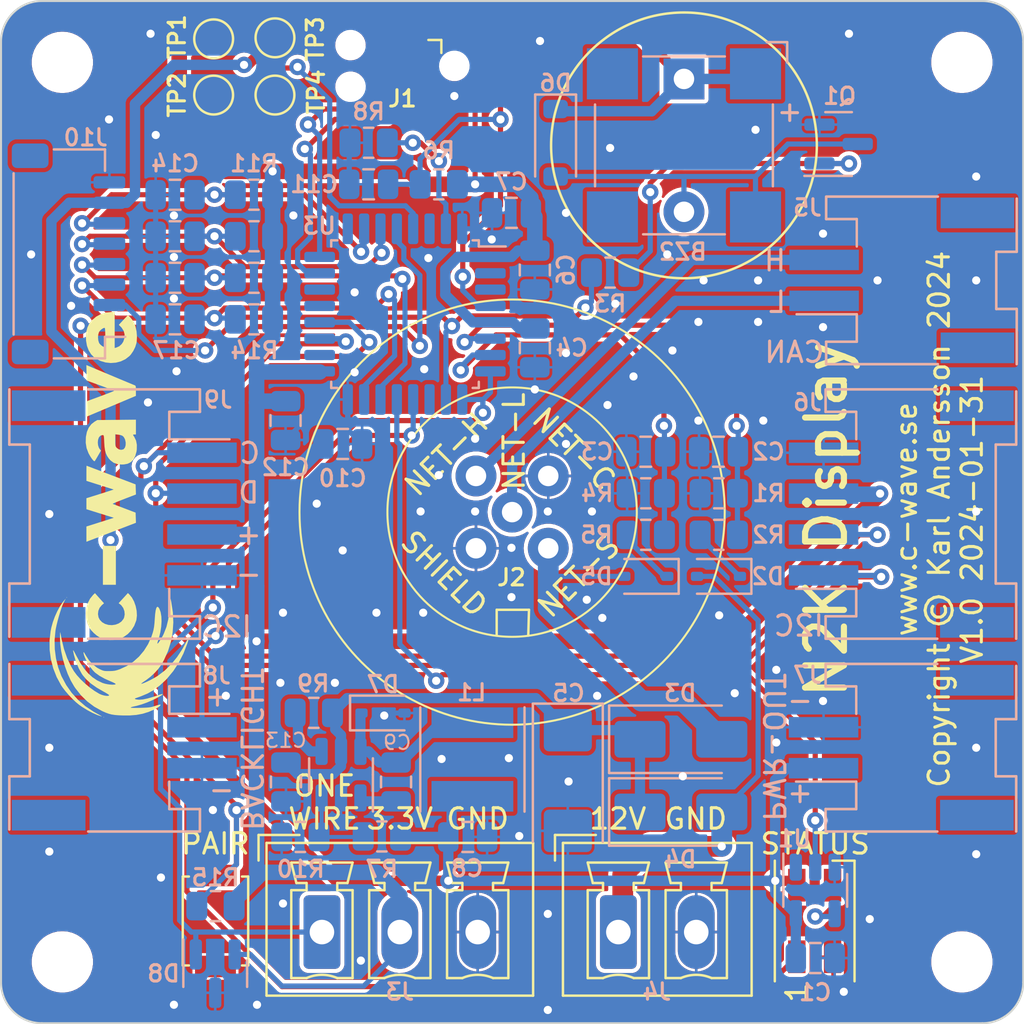
<source format=kicad_pcb>
(kicad_pcb (version 20221018) (generator pcbnew)
  (layers (0 "F.Cu" signal) (31 "B.Cu" signal) (34 "B.Paste" user) (35 "F.Paste" user) (36 "B.SilkS" user "B.Silkscreen") (37 "F.SilkS" user "F.Silkscreen") (38 "B.Mask" user) (39 "F.Mask" user) (44 "Edge.Cuts" user))
  (net 0 "")
  (net 1 "Net-(D3-K)")
  (net 2 "+3.3V")
  (net 3 "RESET")
  (net 4 "SCL")
  (net 5 "SDA")
  (net 6 "SWDIO")
  (net 7 "SWCLK")
  (net 8 "Net-(U2-BOOST)")
  (net 9 "Net-(D5-K)")
  (net 10 "Net-(D1-DIN)")
  (net 11 "BACKLIGHT")
  (net 12 "NET-S")
  (net 13 "1-WIRE")
  (net 14 "Net-(BZ1--)")
  (net 15 "LED")
  (net 16 "BUZZER")
  (net 17 "BUTTON1")
  (net 18 "BUTTON2")
  (net 19 "BUTTON3")
  (net 20 "BUTTON4")
  (net 21 "Net-(Q1-B)")
  (net 22 "EXT-VOLTAGE")
  (net 23 "NET-VOLTAGE")
  (net 24 "EXT-S")
  (net 25 "DBG-TX")
  (net 26 "GND")
  (net 27 "NET-")
  (net 28 "NET+")
  (net 29 "+5V")
  (net 31 "PAIRING")
  (net 32 "Net-(U2-EN)")
  (net 33 "LED-OUT")
  (net 34 "Net-(U2-Vfb)")
  (net 35 "Net-(D7-K)")
  (net 36 "Net-(D2-K)")
  (net 37 "Net-(U3-BOOT0)")
  (footprint "C-Wave:M12_Plug_Straight_5P_PCB" (layer "F.Cu") (at 125 125 -135)
    (fp_text reference "J2")
    (fp_text value "NMEA2000")
  )
  (footprint "TestPoint:TestPoint_Pad_D1.5mm" (layer "F.Cu") (at 110.4 101.85 90)
    (fp_text reference "TP1")
    (fp_text value "TestPoint" hide)
  )
  (footprint "C-Wave-Logo:c-wave-logo-20x6.9mm" (layer "F.Cu") (at 105.791 125.095 90)
    (fp_text reference "G***" hide)
    (fp_text value "LOGO" hide)
  )
  (footprint "MountingHole:MountingHole_2.5mm" (layer "F.Cu") (at 103 103)
    (fp_text reference "H1" hide)
    (fp_text value "MountingHole" hide)
  )
  (footprint "ObjectTechnologies:SW_SPST_TS342A2P" (layer "F.Cu") (at 110.49 145 90)
    (fp_text reference "SW1" hide)
    (fp_text value "SW_Push" hide)
  )
  (footprint "TestPoint:TestPoint_Pad_D1.5mm" (layer "F.Cu") (at 113.4 101.8 90)
    (fp_text reference "TP3")
    (fp_text value "TestPoint" hide)
  )
  (footprint "Connector_Phoenix_MC:PhoenixContact_MCV_1,5_3-G-3.81_1x03_P3.81mm_Vertical" (layer "F.Cu") (at 115.697 145.542)
    (fp_text reference "J3")
    (fp_text value "One-Wire" hide)
  )
  (footprint "Connector:Tag-Connect_TC2030-IDC-NL_2x03_P1.27mm_Vertical" (layer "F.Cu") (at 119.634 103.1748 180)
    (fp_text reference "J1")
    (fp_text value "Conn_ARM_SWD_TagConnect_TC2030-NL" hide)
  )
  (footprint "LED_SMD:LED_SK6812MINI_PLCC4_3.5x3.5mm_P1.75mm" (layer "F.Cu") (at 139.8 145 90)
    (fp_text reference "D1" hide)
    (fp_text value "SK6812MINI" hide)
  )
  (footprint "TestPoint:TestPoint_Pad_D1.5mm" (layer "F.Cu") (at 113.4 104.6)
    (fp_text reference "TP4")
    (fp_text value "TestPoint" hide)
  )
  (footprint "C-Wave:Buzzer_1255" (layer "F.Cu") (at 133.406 107.061 -90)
    (fp_text reference "BZ1" hide)
    (fp_text value "1255" hide)
  )
  (footprint "Connector_Phoenix_MC:PhoenixContact_MCV_1,5_2-G-3.81_1x02_P3.81mm_Vertical" (layer "F.Cu") (at 130.1965 145.542)
    (fp_text reference "J4")
    (fp_text value "Battery" hide)
  )
  (footprint "MountingHole:MountingHole_2.5mm" (layer "F.Cu") (at 103 147)
    (fp_text reference "H2" hide)
    (fp_text value "MountingHole" hide)
  )
  (footprint "MountingHole:MountingHole_2.5mm" (layer "F.Cu") (at 147 147)
    (fp_text reference "H4" hide)
    (fp_text value "MountingHole" hide)
  )
  (footprint "TestPoint:TestPoint_Pad_D1.5mm" (layer "F.Cu") (at 110.4 104.6 90)
    (fp_text reference "TP2")
    (fp_text value "TestPoint" hide)
  )
  (footprint "MountingHole:MountingHole_2.5mm" (layer "F.Cu") (at 147 103)
    (fp_text reference "H3" hide)
    (fp_text value "MountingHole" hide)
  )
  (footprint "Package_TO_SOT_SMD:SOT-23" (layer "B.Cu") (at 140.97 106.995)
    (fp_text reference "Q1")
    (fp_text value "MMBT3904")
  )
  (footprint "Resistor_SMD:R_0805_2012Metric" (layer "B.Cu") (at 135.11 124.079)
    (fp_text reference "R1")
    (fp_text value "13.5K")
  )
  (footprint "Resistor_SMD:R_0805_2012Metric" (layer "B.Cu") (at 118.6301 140.8642 180)
    (fp_text reference "R7")
    (fp_text value "49.9k")
  )
  (footprint "Inductor_SMD:L_Taiyo-Yuden_NR-50xx" (layer "B.Cu") (at 123.057 137.101 90)
    (fp_text reference "L1")
    (fp_text value "22uH NRS5040T220MMGK")
  )
  (footprint "Resistor_SMD:R_0805_2012Metric" (layer "B.Cu") (at 135.11 126.111 180)
    (fp_text reference "R2")
    (fp_text value "100K")
  )
  (footprint "Capacitor_SMD:C_0805_2012Metric" (layer "B.Cu") (at 126.111 113.157 -90)
    (fp_text reference "C6")
    (fp_text value "10nF")
  )
  (footprint "Capacitor_SMD:C_0805_2012Metric" (layer "B.Cu") (at 108.5145 111.506 180)
    (fp_text reference "C15" hide)
    (fp_text value "100n")
  )
  (footprint "Capacitor_SMD:C_0805_2012Metric" (layer "B.Cu") (at 139.827 146.812)
    (fp_text reference "C1")
    (fp_text value "100n" hide)
  )
  (footprint "Capacitor_SMD:C_0805_2012Metric" (layer "B.Cu") (at 113.9382 138.1976 -90)
    (fp_text reference "C13")
    (fp_text value "10uF 35V X7R")
  )
  (footprint "Capacitor_SMD:C_0805_2012Metric" (layer "B.Cu") (at 113.919 120.523 -90)
    (fp_text reference "C12")
    (fp_text value "4.7uF")
  )
  (footprint "Capacitor_SMD:C_0805_2012Metric" (layer "B.Cu") (at 117.983 108.966 180)
    (fp_text reference "C11")
    (fp_text value "100nF")
  )
  (footprint "Capacitor_SMD:C_0805_2012Metric" (layer "B.Cu") (at 108.5145 113.538 180)
    (fp_text reference "C16" hide)
    (fp_text value "100n")
  )
  (footprint "C-Wave:HY2.0-2-SMD-90D (AliExpress)" (layer "B.Cu") (at 105.029 136.525 -90)
    (fp_text reference "J8")
    (fp_text value "Backlight")
  )
  (footprint "Capacitor_SMD:C_0805_2012Metric" (layer "B.Cu") (at 108.5145 109.478 180)
    (fp_text reference "C14")
    (fp_text value "100n")
  )
  (footprint "Resistor_SMD:R_0805_2012Metric" (layer "B.Cu") (at 115.301 134.8194 180)
    (fp_text reference "R9")
    (fp_text value "100K")
  )
  (footprint "Resistor_SMD:R_0805_2012Metric" (layer "B.Cu") (at 129.794 113.284)
    (fp_text reference "R3")
    (fp_text value "180")
  )
  (footprint "Capacitor_SMD:C_0805_2012Metric" (layer "B.Cu") (at 108.5145 115.57 180)
    (fp_text reference "C17")
    (fp_text value "100n")
  )
  (footprint "Buzzer_Beeper:MagneticBuzzer_CUI_CMT-8504-100-SMT" (layer "B.Cu") (at 133.406 107.061 180)
    (fp_text reference "BZ2")
    (fp_text value "CMT-8504-100-SMT-TR" hide)
  )
  (footprint "Resistor_SMD:R_0805_2012Metric" (layer "B.Cu") (at 112.3715 115.57 180)
    (fp_text reference "R14")
    (fp_text value "10K")
  )
  (footprint "Capacitor_SMD:C_0805_2012Metric" (layer "B.Cu") (at 122.8282 140.89)
    (fp_text reference "C8")
    (fp_text value "10uF 16V X7R")
  )
  (footprint "Connector_JST:JST_SH_SM08B-SRSS-TB_1x08-1MP_P1.00mm_Horizontal" (layer "B.Cu") (at 103.301 112.369 90)
    (fp_text reference "J10")
    (fp_text value "KEYBOARD" hide)
  )
  (footprint "Resistor_SMD:R_0805_2012Metric" (layer "B.Cu") (at 110.49 144.272 180)
    (fp_text reference "R15")
    (fp_text value "10K")
  )
  (footprint "Resistor_SMD:R_0805_2012Metric" (layer "B.Cu") (at 112.3715 109.474 180)
    (fp_text reference "R11")
    (fp_text value "10K")
  )
  (footprint "Package_QFP:LQFP-32_7x7mm_P0.8mm" (layer "B.Cu") (at 119.761 115.316 180)
    (fp_text reference "U3")
    (fp_text value "STM32F030K6Tx" hide)
  )
  (footprint "Diode_SMD:D_SMA" (layer "B.Cu") (at 133.255 136.112)
    (fp_text reference "D3")
    (fp_text value "US1D")
  )
  (footprint "Resistor_SMD:R_0805_2012Metric" (layer "B.Cu") (at 112.3715 111.506 180)
    (fp_text reference "R12" hide)
    (fp_text value "10K")
  )
  (footprint "Capacitor_SMD:C_0805_2012Metric" (layer "B.Cu") (at 126.111 116.967 -90)
    (fp_text reference "C4")
    (fp_text value "1uF")
  )
  (footprint "Resistor_SMD:R_0805_2012Metric" (layer "B.Cu") (at 131.538 126.111 180)
    (fp_text reference "R5")
    (fp_text value "100K")
  )
  (footprint "Resistor_SMD:R_0805_2012Metric" (layer "B.Cu") (at 117.983 106.934)
    (fp_text reference "R8")
    (fp_text value "10K")
  )
  (footprint "Resistor_SMD:R_0805_2012Metric" (layer "B.Cu") (at 112.3715 113.538 180)
    (fp_text reference "R13" hide)
    (fp_text value "10K")
  )
  (footprint "Diode_SMD:D_SOD-123" (layer "B.Cu") (at 127.127 106.934 -90)
    (fp_text reference "D6")
    (fp_text value "1N4148W")
  )
  (footprint "C-Wave:HY2.0-4-SMD-90D (AliExpress)" (layer "B.Cu") (at 145.034 125.095 90)
    (fp_text reference "J6")
    (fp_text value "I2C-INT")
  )
  (footprint "C-Wave:HY2.0-2-SMD-90D (AliExpress)" (layer "B.Cu") (at 145.034 136.525 90)
    (fp_text reference "J7")
    (fp_text value "Power Out")
  )
  (footprint "Capacitor_SMD:C_0805_2012Metric" (layer "B.Cu") (at 116.713 121.666)
    (fp_text reference "C10")
    (fp_text value "100nF")
  )
  (footprint "Resistor_SMD:R_0805_2012Metric" (layer "B.Cu") (at 131.538 124.079)
    (fp_text reference "R4")
    (fp_text value "13.5K")
  )
  (footprint "Diode_SMD:D_SMA" (layer "B.Cu") (at 133.255 139.668)
    (fp_text reference "D4")
    (fp_text value "B140-13F")
  )
  (footprint "Capacitor_SMD:C_0805_2012Metric" (layer "B.Cu") (at 131.538 122.047 180)
    (fp_text reference "C3")
    (fp_text value "100n")
  )
  (footprint "Diode_SMD:D_SOD-323" (layer "B.Cu") (at 118.683 134.826)
    (fp_text reference "D7")
    (fp_text value "SBA130CS-AU (Schottky Vr > 16V VF >= 1A)")
  )
  (footprint "Package_TO_SOT_SMD:SOT-23" (layer "B.Cu") (at 110.4775 147.574 -90)
    (fp_text reference "D8")
    (fp_text value "PESD3V3S2UT" hide)
  )
  (footprint "Resistor_SMD:R_0805_2012Metric" (layer "B.Cu") (at 114.6423 140.89 180)
    (fp_text reference "R10")
    (fp_text value " 15.8k")
  )
  (footprint "Capacitor_Tantalum_SMD:CP_EIA-6032-28_Kemet-C" (layer "B.Cu") (at 127.725 138.128 -90)
    (fp_text reference "C5")
    (fp_text value "100uF")
  )
  (footprint "Capacitor_SMD:C_0805_2012Metric" (layer "B.Cu") (at 119.323 138.1976 90)
    (fp_text reference "C9")
    (fp_text value "100nF")
  )
  (footprint "C-Wave:HY2.0-4-SMD-90D (AliExpress)" (layer "B.Cu") (at 105.029 125.095 -90)
    (fp_text reference "J9")
    (fp_text value "I2C-EXT")
  )
  (footprint "Package_TO_SOT_SMD:SOT-23-6" (layer "B.Cu") (at 116.6306 137.842 90)
    (fp_text reference "U2" hide)
    (fp_text value "AOZ1282CI")
  )
  (footprint "Diode_SMD:D_SOD-323" (layer "B.Cu") (at 135.094 128.143 180)
    (fp_text reference "D2")
    (fp_text value "SBA130CS-AU" hide)
  )
  (footprint "Diode_SMD:D_SOD-323" (layer "B.Cu") (at 131.538 128.143 180)
    (fp_text reference "D5")
    (fp_text value "SBA130CS-AU" hide)
  )
  (footprint "Package_TO_SOT_SMD:SOT-23-5" (layer "B.Cu") (at 139.827 143.5045 -90)
    (fp_text reference "U1")
    (fp_text value "SN74LV1T34DBV" hide)
  )
  (footprint "C-Wave:HY2.0-2-SMD-90D (AliExpress)" (layer "B.Cu") (at 145.061 113.665 90)
    (fp_text reference "J5")
    (fp_text value "CAN" hide)
  )
  (footprint "Resistor_SMD:R_0805_2012Metric" (layer "B.Cu") (at 121.412 108.966 180)
    (fp_text reference "R6")
    (fp_text value "10K")
  )
  (footprint "Capacitor_SMD:C_0805_2012Metric" (layer "B.Cu") (at 124.968 110.363 180)
    (fp_text reference "C7")
    (fp_text value "100nF")
  )
  (footprint "Capacitor_SMD:C_0805_2012Metric" (layer "B.Cu") (at 135.094 122.047 180)
    (fp_text reference "C2")
    (fp_text value "100n")
  )
  (gr_line (start 150 102) (end 150 148) (stroke (width 0.1)) (layer "Edge.Cuts"))
  (gr_arc (start 148 100) (mid 149.414214 100.585786) (end 150 102) (stroke (width 0.1)) (layer "Edge.Cuts"))
  (gr_arc (start 100 102) (mid 100.585786 100.585786) (end 102 100) (stroke (width 0.1)) (layer "Edge.Cuts"))
  (gr_line (start 148 150) (end 102 150) (stroke (width 0.1)) (layer "Edge.Cuts"))
  (gr_arc (start 150 148) (mid 149.414214 149.414214) (end 148 150) (stroke (width 0.1)) (layer "Edge.Cuts"))
  (gr_arc (start 102 150) (mid 100.585786 149.414214) (end 100 148) (stroke (width 0.1)) (layer "Edge.Cuts"))
  (gr_line (start 102 100) (end 148 100) (stroke (width 0.1)) (layer "Edge.Cuts"))
  (gr_line (start 100 148) (end 100 102) (stroke (width 0.1)) (layer "Edge.Cuts"))
  (gr_text "BACKLIGHT" (at 111.6584 136.6012 -90) (layer "B.SilkS") (effects (font (size 1 1)) (justify bottom mirror)))
  (gr_text "D" (at 112.1156 124.0536) (layer "B.SilkS") (effects (font (size 1 1)) (justify mirror)))
  (gr_text "L" (at 138.4808 115.316) (layer "B.SilkS") (effects (font (size 1 1)) (justify left bottom mirror)))
  (gr_text "-" (at 139.8016 134.7724) (layer "B.SilkS") (effects (font (size 1 1)) (justify left bottom mirror)))
  (gr_text "-" (at 111.506 139.1412) (layer "B.SilkS") (effects (font (size 1 1)) (justify left bottom mirror)))
  (gr_text "-" (at 112.1156 128.016) (layer "B.SilkS") (effects (font (size 1 1)) (justify mirror)))
  (gr_text "+" (at 112.1156 126.0856) (layer "B.SilkS") (effects (font (size 1 1)) (justify mirror)))
  (gr_text "C" (at 112.1664 122.1232) (layer "B.SilkS") (effects (font (size 1 1)) (justify mirror)))
  (gr_text "+" (at 139.8016 139.2936) (layer "B.SilkS") (effects (font (size 1 1)) (justify left bottom mirror)))
  (gr_text "I2C" (at 140.334 131.14782) (layer "B.SilkS") (effects (font (size 1 1)) (justify left bottom mirror)))
  (gr_text "CAN" (at 140.36036 117.76354) (layer "B.SilkS") (effects (font (size 1 1)) (justify left bottom mirror)))
  (gr_text "+" (at 111.3028 134.5692) (layer "B.SilkS") (effects (font (size 1 1)) (justify left bottom mirror)))
  (gr_text "I2C" (at 109.729 131.19354) (layer "B.SilkS") (effects (font (size 1 1)) (justify right bottom mirror)))
  (gr_text "PWR-OUT" (at 137.2108 136.4996 270) (layer "B.SilkS") (effects (font (size 1 1)) (justify bottom mirror)))
  (gr_text "H" (at 138.4808 113.284) (layer "B.SilkS") (effects (font (size 1 1)) (justify left bottom mirror)))
  (gr_text "3.3V" (at 119.507 140.589) (layer "F.SilkS") (effects (font (size 1 1)) (justify bottom)))
  (gr_text "12V" (at 130.175 140.589) (layer "F.SilkS") (effects (font (size 1 1)) (justify bottom)))
  (gr_text "N2K Display" (at 141.478 125.349 90) (layer "F.SilkS") (effects (font (size 1.9 1.9) (thickness 0.3)) (justify bottom)))
  (gr_text "SHIELD" (at 121.666 128.016 -45) (layer "F.SilkS") (effects (font (size 1 1))))
  (gr_text "NET-S" (at 128.27 128.143 45) (layer "F.SilkS") (effects (font (size 1 1))))
  (gr_text "www.c-wave.se\nCopyright © Karl Andersson 2024\nV1.0 2024-01-31" (at 148.082 125.348999 90) (layer "F.SilkS") (effects (font (size 1 1) (thickness 0.15) bold) (justify bottom)))
  (gr_text "NET-L" (at 125.095 121.539 90) (layer "F.SilkS") (effects (font (size 1 1))))
  (gr_text "STATUS" (at 139.827 141.224) (layer "F.SilkS") (effects (font (size 1 1))))
  (gr_text "ONE\nWIRE" (at 115.824 140.589) (layer "F.SilkS") (effects (font (size 1 1)) (justify bottom)))
  (gr_text "GND" (at 133.985 140.589) (layer "F.SilkS") (effects (font (size 1 1)) (justify bottom)))
  (gr_text "PAIR" (at 110.49 141.224) (layer "F.SilkS") (effects (font (size 1 1))))
  (gr_text "GND" (at 123.317 140.589) (layer "F.SilkS") (effects (font (size 1 1)) (justify bottom)))
  (gr_text "NET-H" (at 121.793 122.174 45) (layer "F.SilkS") (effects (font (size 1 1))))
  (gr_text "NET-C" (at 128.016 121.92 -45) (layer "F.SilkS") (effects (font (size 1 1))))
  (segment (start 116.3493 134.8194) (end 116.3493 135.6257) (width 0.5) (layer "B.Cu") (net 1))
  (segment (start 126.1605 134.101) (end 127.725 135.6655) (width 0.5) (layer "B.Cu") (net 1))
  (segment (start 116.3493 135.6257) (end 116.6306 135.907) (width 0.5) (layer "B.Cu") (net 1))
  (segment (start 116.6306 137.4281) (end 116.6306 136.7045) (width 0.5) (layer "B.Cu") (net 1))
  (segment (start 116.6306 135.907) (end 116.6306 136.7045) (width 0.5) (layer "B.Cu") (net 1))
  (segment (start 116.9319 134.101) (end 126.1605 134.101) (width 0.5) (layer "B.Cu") (net 1))
  (segment (start 127.725 135.6655) (end 130.8085 135.6655) (width 0.5) (layer "B.Cu") (net 1))
  (segment (start 116.2135 134.8194) (end 116.9319 134.101) (width 0.5) (layer "B.Cu") (net 1))
  (segment (start 116.24218 137.81652) (end 116.6306 137.4281) (width 0.5) (layer "B.Cu") (net 1))
  (segment (start 114.50712 137.81652) (end 116.24218 137.81652) (width 0.5) (layer "B.Cu") (net 1))
  (segment (start 113.9382 137.2476) (end 114.50712 137.81652) (width 0.5) (layer "B.Cu") (net 1))
  (segment (start 131.255 136.112) (end 131.255 139.668) (width 0.5) (layer "B.Cu") (net 1))
  (segment (start 108.716 102.485) (end 109.351 101.85) (width 0.762) (layer "F.Cu") (net 2))
  (segment (start 110.998 108.331) (end 108.716 106.049) (width 0.762) (layer "F.Cu") (net 2))
  (segment (start 135.777 131.318) (end 112.5 131.318) (width 0.762) (layer "F.Cu") (net 2))
  (segment (start 123.19 108.966) (end 120.65 108.966) (width 0.762) (layer "F.Cu") (net 2))
  (segment (start 123.19 102.616) (end 122.682 102.108) (width 0.25) (layer "F.Cu") (net 2))
  (segment (start 108.716 106.049) (end 108.716 102.485) (width 0.762) (layer "F.Cu") (net 2))
  (segment (start 122.682 102.108) (end 121.3358 102.108) (width 0.25) (layer "F.Cu") (net 2))
  (segment (start 123.19 108.966) (end 123.19 102.616) (width 0.25) (layer "F.Cu") (net 2))
  (segment (start 113.284 108.331) (end 110.998 108.331) (width 0.762) (layer "F.Cu") (net 2))
  (segment (start 121.3358 102.108) (end 120.904 102.5398) (width 0.25) (layer "F.Cu") (net 2))
  (segment (start 143 124.095) (end 135.777 131.318) (width 0.762) (layer "F.Cu") (net 2))
  (segment (start 109.351 101.85) (end 110.4 101.85) (width 0.762) (layer "F.Cu") (net 2))
  (segment (start 120.65 108.966) (end 120.015 108.331) (width 0.762) (layer "F.Cu") (net 2))
  (segment (start 120.015 108.331) (end 113.284 108.331) (width 0.762) (layer "F.Cu") (net 2))
  (via (at 143 124.095) (size 0.8) (drill 0.4) (layers "F.Cu" "B.Cu") (net 2))
  (via (at 123.19 108.966) (size 0.8) (drill 0.4) (layers "F.Cu" "B.Cu") (net 2))
  (via (at 112.5 131.318) (size 0.8) (drill 0.4) (layers "F.Cu" "B.Cu") (net 2))
  (via (at 113.284 108.331) (size 0.8) (drill 0.4) (layers "F.Cu" "B.Cu") (net 2))
  (segment (start 118.364 142.621) (end 112.776 142.621) (width 0.762) (layer "B.Cu") (net 2))
  (segment (start 123.19 108.966) (end 122.3245 108.966) (width 0.762) (layer "B.Cu") (net 2))
  (segment (start 114.62 122.809) (end 112.5 122.809) (width 0.762) (layer "B.Cu") (net 2))
  (segment (start 112.395 143.002) (end 112.5 142.897) (width 0.762) (layer "B.Cu") (net 2))
  (segment (start 113.284 115.57) (end 113.284 109.474) (width 0.762) (layer "B.Cu") (net 2))
  (segment (start 112.561 119.573) (end 112.5 119.634) (width 0.762) (layer "B.Cu") (net 2))
  (segment (start 112.59 118.147) (end 115.586 118.147) (width 0.762) (layer "B.Cu") (net 2))
  (segment (start 142.968 124.127) (end 140.261 124.127) (width 0.762) (layer "B.Cu") (net 2))
  (segment (start 113.284 116.459) (end 113.284 115.57) (width 0.762) (layer "B.Cu") (net 2))
  (segment (start 111.4275 146.6365) (end 112.1941 146.6365) (width 0.254) (layer "B.Cu") (net 2))
  (segment (start 112.5 131.318) (end 112.5 128.632) (width 0.762) (layer "B.Cu") (net 2))
  (segment (start 123.082 115.716) (end 123.936 115.716) (width 0.508) (layer "B.Cu") (net 2))
  (segment (start 112.5 118.237) (end 112.59 118.147) (width 0.762) (layer "B.Cu") (net 2))
  (segment (start 123.936 112.516) (end 124.974 112.516) (width 0.508) (layer "B.Cu") (net 2))
  (segment (start 113.919 119.573) (end 112.561 119.573) (width 0.762) (layer "B.Cu") (net 2))
  (segment (start 124.974 112.516) (end 125.283 112.207) (width 0.508) (layer "B.Cu") (net 2))
  (segment (start 125.048 115.716) (end 123.936 115.716) (width 0.508) (layer "B.Cu") (net 2))
  (segment (start 112.5 119.634) (end 112.5 118.237) (width 0.762) (layer "B.Cu") (net 2))
  (segment (start 112.5 122.809) (end 112.5 119.634) (width 0.762) (layer "B.Cu") (net 2))
  (segment (start 125.246 108.966) (end 125.488 109.208) (width 0.762) (layer "B.Cu") (net 2))
  (segment (start 112.5 142.897) (end 112.5 128.632) (width 0.762) (layer "B.Cu") (net 2))
  (segment (start 112.1941 146.6365) (end 113.7412 148.1836) (width 0.254) (layer "B.Cu") (net 2))
  (segment (start 115.763 121.666) (end 114.62 122.809) (width 0.762) (layer "B.Cu") (net 2))
  (segment (start 121.732 113.133461) (end 121.732 114.366) (width 0.508) (layer "B.Cu") (net 2))
  (segment (start 119.507 145.542) (end 119.507 143.764) (width 0.762) (layer "B.Cu") (net 2))
  (segment (start 113.7412 148.1836) (end 117.744744 148.1836) (width 0.254) (layer "B.Cu") (net 2))
  (segment (start 126.111 112.207) (end 126.111 110.556) (width 0.762) (layer "B.Cu") (net 2))
  (segment (start 123.936 112.516) (end 122.349461 112.516) (width 0.508) (layer "B.Cu") (net 2))
  (segment (start 125.349 116.017) (end 125.048 115.716) (width 0.508) (layer "B.Cu") (net 2))
  (segment (start 126.111 110.556) (end 125.918 110.363) (width 0.762) (layer "B.Cu") (net 2))
  (segment (start 112.776 142.621) (end 112.395 143.002) (width 0.762) (layer "B.Cu") (net 2))
  (segment (start 112.5 128.632) (end 112.5 126.238) (width 0.762) (layer "B.Cu") (net 2))
  (segment (start 112.5 118.237) (end 112.5 117.243) (width 0.762) (layer "B.Cu") (net 2))
  (segment (start 109.829 126.095) (end 112.357 126.095) (width 0.762) (layer "B.Cu") (net 2))
  (segment (start 117.744744 148.1836) (end 119.507 146.421344) (width 0.254) (layer "B.Cu") (net 2))
  (segment (start 125.283 112.207) (end 126.111 112.207) (width 0.508) (layer "B.Cu") (net 2))
  (segment (start 112.5 117.243) (end 113.284 116.459) (width 0.762) (layer "B.Cu") (net 2))
  (segment (start 112.395 143.002) (end 111.4025 143.9945) (width 0.762) (layer "B.Cu") (net 2))
  (segment (start 123.19 108.966) (end 125.246 108.966) (width 0.762) (layer "B.Cu") (net 2))
  (segment (start 121.732 114.366) (end 123.082 115.716) (width 0.508) (layer "B.Cu") (net 2))
  (segment (start 119.507 146.421344) (end 119.507 145.542) (width 0.254) (layer "B.Cu") (net 2))
  (segment (start 125.349 116.017) (end 126.111 116.017) (width 0.508) (layer "B.Cu") (net 2))
  (segment (start 143 124.095) (end 142.968 124.127) (width 0.762) (layer "B.Cu") (net 2))
  (segment (start 112.357 126.095) (end 112.5 126.238) (width 0.762) (layer "B.Cu") (net 2))
  (segment (start 125.918 110.363) (end 125.918 109.638) (width 0.762) (layer "B.Cu") (net 2))
  (segment (start 122.349461 112.516) (end 121.732 113.133461) (width 0.508) (layer "B.Cu") (net 2))
  (segment (start 125.918 109.638) (end 125.488 109.208) (width 0.762) (layer "B.Cu") (net 2))
  (segment (start 119.507 143.764) (end 118.364 142.621) (width 0.762) (layer "B.Cu") (net 2))
  (segment (start 113.284 108.331) (end 113.284 109.474) (width 0.762) (layer "B.Cu") (net 2))
  (segment (start 112.5 126.238) (end 112.5 122.809) (width 0.762) (layer "B.Cu") (net 2))
  (segment (start 122.586 113.4872) (end 122.586 111.856) (width 0.254) (layer "F.Cu") (net 3))
  (segment (start 124.4323 105.791) (end 124.4323 102.5883) (width 0.254) (layer "F.Cu") (net 3))
  (segment (start 120.5738 101.6) (end 119.634 102.5398) (width 0.254) (layer "F.Cu") (net 3))
  (segment (start 123.444 101.6) (end 120.5738 101.6) (width 0.254) (layer "F.Cu") (net 3))
  (segment (start 122.586 111.856) (end 124.4323 110.0097) (width 0.254) (layer "F.Cu") (net 3))
  (segment (start 124.4323 110.0097) (end 124.4323 105.791) (width 0.254) (layer "F.Cu") (net 3))
  (segment (start 124.4323 102.5883) (end 123.444 101.6) (width 0.254) (layer "F.Cu") (net 3))
  (via (at 124.4323 105.791) (size 0.8) (drill 0.4) (layers "F.Cu" "B.Cu") (net 3))
  (via (at 122.586 113.4872) (size 0.8) (drill 0.4) (layers "F.Cu" "B.Cu") (net 3))
  (segment (start 118.933 108.966) (end 120.4995 108.966) (width 0.25) (layer "B.Cu") (net 3))
  (segment (start 120.4995 107.7195) (end 120.4995 108.966) (width 0.254) (layer "B.Cu") (net 3))
  (segment (start 122.586 114.158688) (end 123.343312 114.916) (width 0.254) (layer "B.Cu") (net 3))
  (segment (start 122.586 113.4872) (end 122.586 114.158688) (width 0.254) (layer "B.Cu") (net 3))
  (segment (start 124.4323 105.791) (end 122.428 105.791) (width 0.254) (layer "B.Cu") (net 3))
  (segment (start 122.428 105.791) (end 120.4995 107.7195) (width 0.254) (layer "B.Cu") (net 3))
  (segment (start 110.266948 132.499) (end 136.239316 132.499) (width 0.254) (layer "F.Cu") (net 4))
  (segment (start 106.842 129.074052) (end 110.266948 132.499) (width 0.254) (layer "F.Cu") (net 4))
  (segment (start 116.861877 116.656) (end 116.750877 116.767) (width 0.254) (layer "F.Cu") (net 4))
  (segment (start 140.569916 128.1684) (end 143.0528 128.1684) (width 0.254) (layer "F.Cu") (net 4))
  (segment (start 106.9874 122.748547) (end 106.9874 122.7538) (width 0.254) (layer "F.Cu") (net 4))
  (segment (start 112.968947 116.767) (end 106.9874 122.748547) (width 0.254) (layer "F.Cu") (net 4))
  (segment (start 116.750877 116.767) (end 112.968947 116.767) (width 0.254) (layer "F.Cu") (net 4))
  (segment (start 106.842 122.8992) (end 106.842 129.074052) (width 0.254) (layer "F.Cu") (net 4))
  (segment (start 106.9874 122.7538) (end 106.842 122.8992) (width 0.254) (layer "F.Cu") (net 4))
  (segment (start 136.239316 132.499) (end 140.569916 128.1684) (width 0.254) (layer "F.Cu") (net 4))
  (via (at 143.0528 128.1684) (size 0.8) (drill 0.4) (layers "F.Cu" "B.Cu") (net 4))
  (via (at 116.861877 116.656) (size 0.8) (drill 0.4) (layers "F.Cu" "B.Cu") (net 4))
  (via (at 106.9874 122.7538) (size 0.8) (drill 0.4) (layers "F.Cu" "B.Cu") (net 4))
  (segment (start 106.9874 122.7538) (end 107.6462 122.095) (width 0.254) (layer "B.Cu") (net 4))
  (segment (start 116.861877 116.656) (end 116.721877 116.516) (width 0.254) (layer "B.Cu") (net 4))
  (segment (start 116.721877 116.516) (end 115.586 116.516) (width 0.254) (layer "B.Cu") (net 4))
  (segment (start 142.9794 128.095) (end 140.234 128.095) (width 0.254) (layer "B.Cu") (net 4))
  (segment (start 143.0528 128.1684) (end 142.9794 128.095) (width 0.254) (layer "B.Cu") (net 4))
  (segment (start 107.6462 122.095) (end 109.829 122.095) (width 0.254) (layer "B.Cu") (net 4))
  (segment (start 110.455 132.045) (end 136.051264 132.045) (width 0.254) (layer "F.Cu") (net 5))
  (segment (start 107.569 129.159) (end 110.455 132.045) (width 0.254) (layer "F.Cu") (net 5))
  (segment (start 107.7144 123.054934) (end 107.569 123.200334) (width 0.254) (layer "F.Cu") (net 5))
  (segment (start 107.569 123.200334) (end 107.569 124.079) (width 0.254) (layer "F.Cu") (net 5))
  (segment (start 112.994999 117.383) (end 107.7144 122.663599) (width 0.254) (layer "F.Cu") (net 5))
  (segment (start 107.7144 122.663599) (end 107.7144 123.054934) (width 0.254) (layer "F.Cu") (net 5))
  (segment (start 141.985264 126.111) (end 142.875 126.111) (width 0.254) (layer "F.Cu") (net 5))
  (segment (start 117.313 117.383) (end 112.994999 117.383) (width 0.254) (layer "F.Cu") (net 5))
  (segment (start 118.0084 116.6876) (end 117.313 117.383) (width 0.254) (layer "F.Cu") (net 5))
  (segment (start 107.569 124.079) (end 107.569 129.159) (width 0.254) (layer "F.Cu") (net 5))
  (segment (start 136.051264 132.045) (end 141.985264 126.111) (width 0.254) (layer "F.Cu") (net 5))
  (via (at 142.875 126.111) (size 0.8) (drill 0.4) (layers "F.Cu" "B.Cu") (net 5))
  (via (at 118.0084 116.6876) (size 0.8) (drill 0.4) (layers "F.Cu" "B.Cu") (net 5))
  (via (at 107.569 124.079) (size 0.8) (drill 0.4) (layers "F.Cu" "B.Cu") (net 5))
  (segment (start 117.567 116.249866) (end 117.033134 115.716) (width 0.254) (layer "B.Cu") (net 5))
  (segment (start 142.875 126.111) (end 142.859 126.095) (width 0.254) (layer "B.Cu") (net 5))
  (segment (start 118.0084 116.6876) (end 117.570666 116.249866) (width 0.254) (layer "B.Cu") (net 5))
  (segment (start 117.033134 115.716) (end 115.586 115.716) (width 0.254) (layer "B.Cu") (net 5))
  (segment (start 117.570666 116.249866) (end 117.567 116.249866) (width 0.254) (layer "B.Cu") (net 5))
  (segment (start 107.569 124.079) (end 108.959 124.079) (width 0.254) (layer "B.Cu") (net 5))
  (segment (start 142.859 126.095) (end 140.234 126.095) (width 0.254) (layer "B.Cu") (net 5))
  (segment (start 114.859 107.235651) (end 114.887349 107.235651) (width 0.254) (layer "F.Cu") (net 6))
  (segment (start 116.332 105.791) (end 118.9228 105.791) (width 0.254) (layer "F.Cu") (net 6))
  (segment (start 114.887349 107.235651) (end 116.332 105.791) (width 0.254) (layer "F.Cu") (net 6))
  (segment (start 118.9228 105.791) (end 120.904 103.8098) (width 0.254) (layer "F.Cu") (net 6))
  (via (at 114.859 107.235651) (size 0.8) (drill 0.4) (layers "F.Cu" "B.Cu") (net 6))
  (segment (start 114.859 107.235651) (end 115.132 107.508651) (width 0.254) (layer "B.Cu") (net 6))
  (segment (start 115.132 111.563) (end 114.509 112.186) (width 0.254) (layer "B.Cu") (net 6))
  (segment (start 114.509 112.831688) (end 114.993312 113.316) (width 0.254) (layer "B.Cu") (net 6))
  (segment (start 114.509 112.186) (end 114.509 112.831688) (width 0.254) (layer "B.Cu") (net 6))
  (segment (start 115.132 107.508651) (end 115.132 111.563) (width 0.254) (layer "B.Cu") (net 6))
  (segment (start 115.014521 106.041505) (end 115.773026 105.283) (width 0.254) (layer "F.Cu") (net 7))
  (segment (start 118.1608 105.283) (end 119.634 103.8098) (width 0.254) (layer "F.Cu") (net 7))
  (segment (start 115.773026 105.283) (end 118.1608 105.283) (width 0.254) (layer "F.Cu") (net 7))
  (via (at 115.014521 106.041505) (size 0.8) (drill 0.4) (layers "F.Cu" "B.Cu") (net 7))
  (segment (start 115.014521 106.041505) (end 115.586 106.612984) (width 0.254) (layer "B.Cu") (net 7))
  (segment (start 115.586 106.612984) (end 115.586 112.516) (width 0.254) (layer "B.Cu") (net 7))
  (segment (start 117.5806 138.9795) (end 117.7487 139.1476) (width 0.5) (layer "B.Cu") (net 8))
  (segment (start 117.7487 139.1476) (end 119.323 139.1476) (width 0.5) (layer "B.Cu") (net 8))
  (segment (start 132.36 128.143) (end 132.36 128.0555) (width 0.254) (layer "B.Cu") (net 9))
  (segment (start 132.36 128.0555) (end 130.4475 126.143) (width 0.254) (layer "B.Cu") (net 9))
  (segment (start 140.675 144.313) (end 140.675 143.25) (width 0.254) (layer "F.Cu") (net 10))
  (segment (start 139.827 144.78) (end 140.208 144.78) (width 0.254) (layer "F.Cu") (net 10))
  (segment (start 140.208 144.78) (end 140.675 144.313) (width 0.254) (layer "F.Cu") (net 10))
  (via (at 139.827 144.78) (size 0.8) (drill 0.4) (layers "F.Cu" "B.Cu") (net 10))
  (segment (start 139.827 144.78) (end 140.639 144.78) (width 0.254) (layer "B.Cu") (net 10))
  (segment (start 111.125 130.429) (end 110.496067 131.057933) (width 0.254) (layer "F.Cu") (net 11))
  (segment (start 111.125 127.508) (end 111.125 130.429) (width 0.254) (layer "F.Cu") (net 11))
  (segment (start 117.383 121.25) (end 111.125 127.508) (width 0.254) (layer "F.Cu") (net 11))
  (segment (start 120.088 121.25) (end 117.383 121.25) (width 0.254) (layer "F.Cu") (net 11))
  (via (at 110.496067 131.057933) (size 0.8) (drill 0.4) (layers "F.Cu" "B.Cu") (net 11))
  (via (at 120.088 121.25) (size 0.8) (drill 0.4) (layers "F.Cu" "B.Cu") (net 11))
  (segment (start 109.829 131.725) (end 110.496067 131.057933) (width 0.254) (layer "B.Cu") (net 11))
  (segment (start 120.161 121.177) (end 120.161 119.491) (width 0.254) (layer "B.Cu") (net 11))
  (segment (start 120.088 121.25) (end 120.161 121.177) (width 0.254) (layer "B.Cu") (net 11))
  (segment (start 109.829 135.525) (end 109.829 131.725) (width 0.254) (layer "B.Cu") (net 11))
  (segment (start 131.318 134.239) (end 126.767767 129.688767) (width 1.016) (layer "B.Cu") (net 12))
  (segment (start 126.767767 128.143) (end 126.767767 126.767767) (width 1.016) (layer "B.Cu") (net 12))
  (segment (start 135.255 136.112) (end 133.382 134.239) (width 1.016) (layer "B.Cu") (net 12))
  (segment (start 130.488 128.143) (end 126.767767 128.143) (width 0.25) (layer "B.Cu") (net 12))
  (segment (start 133.382 134.239) (end 131.318 134.239) (width 1.016) (layer "B.Cu") (net 12))
  (segment (start 126.767767 129.688767) (end 126.767767 128.143) (width 1.016) (layer "B.Cu") (net 12))
  (segment (start 123.19 120.523) (end 117.467948 120.523) (width 0.254) (layer "F.Cu") (net 13))
  (segment (start 110.363 127.627948) (end 110.363 129.667) (width 0.254) (layer "F.Cu") (net 13))
  (segment (start 123.571 120.142) (end 123.19 120.523) (width 0.254) (layer "F.Cu") (net 13))
  (segment (start 117.467948 120.523) (end 110.363 127.627948) (width 0.254) (layer "F.Cu") (net 13))
  (via (at 110.363 129.667) (size 0.8) (drill 0.4) (layers "F.Cu" "B.Cu") (net 13))
  (via (at 123.571 120.142) (size 0.8) (drill 0.4) (layers "F.Cu" "B.Cu") (net 13))
  (segment (start 109.5275 145.5955) (end 109.474 145.542) (width 0.254) (layer "B.Cu") (net 13))
  (segment (start 110.236 129.667) (end 107.802 132.101) (width 0.254) (layer "B.Cu") (net 13))
  (segment (start 123.571 119.491) (end 122.561 119.491) (width 0.254) (layer "B.Cu") (net 13))
  (segment (start 123.571 120.142) (end 123.571 119.507) (width 0.254) (layer "B.Cu") (net 13))
  (segment (start 123.571 119.507) (end 123.936 119.142) (width 0.254) (layer "B.Cu") (net 13))
  (segment (start 107.802 132.101) (end 107.802 138.536) (width 0.254) (layer "B.Cu") (net 13))
  (segment (start 108.738 139.472) (end 108.738 144.967928) (width 0.254) (layer "B.Cu") (net 13))
  (segment (start 108.738 144.967928) (end 109.312072 145.542) (width 0.254) (layer "B.Cu") (net 13))
  (segment (start 109.312072 145.542) (end 109.474 145.542) (width 0.254) (layer "B.Cu") (net 13))
  (segment (start 123.936 119.142) (end 123.936 118.116) (width 0.254) (layer "B.Cu") (net 13))
  (segment (start 110.363 129.667) (end 110.236 129.667) (width 0.254) (layer "B.Cu") (net 13))
  (segment (start 115.697 145.542) (end 109.474 145.542) (width 0.254) (layer "B.Cu") (net 13))
  (segment (start 109.5275 146.6365) (end 109.5275 145.5955) (width 0.254) (layer "B.Cu") (net 13))
  (segment (start 123.571 120.142) (end 123.571 119.491) (width 0.254) (layer "B.Cu") (net 13))
  (segment (start 107.802 138.536) (end 108.738 139.472) (width 0.254) (layer "B.Cu") (net 13))
  (segment (start 133.406 108.655) (end 133.477 108.584) (width 0.254) (layer "B.Cu") (net 14))
  (segment (start 133.406 110.311) (end 133.406 108.655) (width 0.254) (layer "B.Cu") (net 14))
  (segment (start 133.477 108.584) (end 136.906 108.584) (width 0.254) (layer "B.Cu") (net 14))
  (segment (start 136.906 108.584) (end 138.495 106.995) (width 0.254) (layer "B.Cu") (net 14))
  (segment (start 138.495 106.995) (end 141.9075 106.995) (width 0.254) (layer "B.Cu") (net 14))
  (segment (start 136.906 108.584) (end 136.906 110.561) (width 0.254) (layer "B.Cu") (net 14))
  (segment (start 127.127 108.584) (end 133.477 108.584) (width 0.254) (layer "B.Cu") (net 14))
  (segment (start 139.827 136.271) (end 139.827 140.081) (width 0.254) (layer "F.Cu") (net 15))
  (segment (start 121.583 132.953) (end 136.509 132.953) (width 0.254) (layer "F.Cu") (net 15))
  (segment (start 121.285 133.251) (end 121.583 132.953) (width 0.254) (layer "F.Cu") (net 15))
  (segment (start 136.509 132.953) (end 139.827 136.271) (width 0.254) (layer "F.Cu") (net 15))
  (via (at 139.827 140.081) (size 0.8) (drill 0.4) (layers "F.Cu" "B.Cu") (net 15))
  (via (at 121.285 133.251) (size 0.8) (drill 0.4) (layers "F.Cu" "B.Cu") (net 15))
  (segment (start 119.361 121.551134) (end 119.361 119.491) (width 0.254) (layer "B.Cu") (net 15))
  (segment (start 139.827 140.081) (end 139.827 142.367) (width 0.254) (layer "B.Cu") (net 15))
  (segment (start 119.507 131.473) (end 119.507 121.697134) (width 0.254) (layer "B.Cu") (net 15))
  (segment (start 121.285 133.251) (end 119.507 131.473) (width 0.254) (layer "B.Cu") (net 15))
  (segment (start 119.507 121.697134) (end 119.361 121.551134) (width 0.254) (layer "B.Cu") (net 15))
  (segment (start 122.54886 115.404996) (end 128.181004 115.404996) (width 0.254) (layer "F.Cu") (net 16))
  (segment (start 121.62666 115.4684) (end 111.6076 115.4684) (width 0.254) (layer "F.Cu") (net 16))
  (segment (start 122.056058 115.897798) (end 121.62666 115.4684) (width 0.254) (layer "F.Cu") (net 16))
  (segment (start 122.056058 115.897798) (end 122.54886 115.404996) (width 0.254) (layer "F.Cu") (net 16))
  (segment (start 111.6076 115.4684) (end 109.982 117.094) (width 0.254) (layer "F.Cu") (net 16))
  (segment (start 128.181004 115.404996) (end 128.5875 114.9985) (width 0.254) (layer "F.Cu") (net 16))
  (via (at 109.982 117.094) (size 0.8) (drill 0.4) (layers "F.Cu" "B.Cu") (net 16))
  (via (at 122.056058 115.897798) (size 0.8) (drill 0.4) (layers "F.Cu" "B.Cu") (net 16))
  (via (at 128.5875 114.9985) (size 0.8) (drill 0.4) (layers "F.Cu" "B.Cu") (net 16))
  (segment (start 106.7375 115.530501) (end 106.075999 114.869) (width 0.254) (layer "B.Cu") (net 16))
  (segment (start 122.056058 115.897798) (end 121.761 116.192856) (width 0.25) (layer "B.Cu") (net 16))
  (segment (start 121.761 116.192856) (end 121.761 119.491) (width 0.25) (layer "B.Cu") (net 16))
  (segment (start 128.8815 114.7045) (end 128.8815 113.284) (width 0.254) (layer "B.Cu") (net 16))
  (segment (start 128.5875 114.9985) (end 128.8815 114.7045) (width 0.254) (layer "B.Cu") (net 16))
  (segment (start 106.7375 116.290928) (end 106.7375 115.530501) (width 0.254) (layer "B.Cu") (net 16))
  (segment (start 107.540572 117.094) (end 106.7375 116.290928) (width 0.254) (layer "B.Cu") (net 16))
  (segment (start 109.982 117.094) (end 107.540572 117.094) (width 0.254) (layer "B.Cu") (net 16))
  (segment (start 106.075999 114.869) (end 105.301 114.869) (width 0.254) (layer "B.Cu") (net 16))
  (segment (start 114.84 109.474) (end 110.57 109.474) (width 0.25) (layer "F.Cu") (net 17))
  (segment (start 117.612004 112.246004) (end 114.84 109.474) (width 0.25) (layer "F.Cu") (net 17))
  (segment (start 117.612004 112.268697) (end 117.612004 112.246004) (width 0.25) (layer "F.Cu") (net 17))
  (segment (start 104.013 110.871) (end 103.966 110.871) (width 0.25) (layer "F.Cu") (net 17))
  (segment (start 105.41 109.474) (end 104.013 110.871) (width 0.25) (layer "F.Cu") (net 17))
  (segment (start 110.443 109.474) (end 105.41 109.474) (width 0.25) (layer "F.Cu") (net 17))
  (via (at 110.443 109.474) (size 0.8) (drill 0.4) (layers "F.Cu" "B.Cu") (net 17))
  (via (at 103.966 110.871) (size 0.8) (drill 0.4) (layers "F.Cu" "B.Cu") (net 17))
  (via (at 117.612004 112.268697) (size 0.8) (drill 0.4) (layers "F.Cu" "B.Cu") (net 17))
  (segment (start 105.403 110.919) (end 104.014 110.919) (width 0.25) (layer "B.Cu") (net 17))
  (segment (start 117.612004 112.268697) (end 117.761 112.119701) (width 0.25) (layer "B.Cu") (net 17))
  (segment (start 110.443 109.474) (end 111.586 109.474) (width 0.25) (layer "B.Cu") (net 17))
  (segment (start 117.761 112.119701) (end 117.761 111.141) (width 0.25) (layer "B.Cu") (net 17))
  (segment (start 104.014 110.919) (end 103.966 110.871) (width 0.25) (layer "B.Cu") (net 17))
  (segment (start 110.57 109.474) (end 109.4605 109.474) (width 0.25) (layer "B.Cu") (net 17))
  (segment (start 104.347 111.506) (end 103.966 111.887) (width 0.25) (layer "F.Cu") (net 18))
  (segment (start 118.618 112.3188) (end 117.943103 112.993697) (width 0.25) (layer "F.Cu") (net 18))
  (segment (start 111.930697 112.993697) (end 110.443 111.506) (width 0.25) (layer "F.Cu") (net 18))
  (segment (start 110.443 111.506) (end 104.347 111.506) (width 0.25) (layer "F.Cu") (net 18))
  (segment (start 117.943103 112.993697) (end 111.930697 112.993697) (width 0.25) (layer "F.Cu") (net 18))
  (via (at 103.966 111.887) (size 0.8) (drill 0.4) (layers "F.Cu" "B.Cu") (net 18))
  (via (at 118.618 112.3188) (size 0.8) (drill 0.4) (layers "F.Cu" "B.Cu") (net 18))
  (via (at 110.443 111.506) (size 0.8) (drill 0.4) (layers "F.Cu" "B.Cu") (net 18))
  (segment (start 110.57 111.506) (end 109.4645 111.506) (width 0.25) (layer "B.Cu") (net 18))
  (segment (start 103.998 111.919) (end 103.966 111.887) (width 0.25) (layer "B.Cu") (net 18))
  (segment (start 118.618 112.3188) (end 118.561 112.2618) (width 0.25) (layer "B.Cu") (net 18))
  (segment (start 110.443 111.506) (end 111.586 111.506) (width 0.25) (layer "B.Cu") (net 18))
  (segment (start 118.561 112.2618) (end 118.561 111.141) (width 0.25) (layer "B.Cu") (net 18))
  (segment (start 105.403 111.919) (end 103.998 111.919) (width 0.25) (layer "B.Cu") (net 18))
  (segment (start 110.443 113.538) (end 104.610305 113.538) (width 0.25) (layer "F.Cu") (net 19))
  (segment (start 103.975305 112.903) (end 103.966 112.903) (width 0.25) (layer "F.Cu") (net 19))
  (segment (start 119.48299 113.443697) (end 110.537303 113.443697) (width 0.25) (layer "F.Cu") (net 19))
  (segment (start 119.634 113.594707) (end 119.48299 113.443697) (width 0.25) (layer "F.Cu") (net 19))
  (segment (start 110.537303 113.443697) (end 110.443 113.538) (width 0.25) (layer "F.Cu") (net 19))
  (segment (start 104.610305 113.538) (end 103.975305 112.903) (width 0.25) (layer "F.Cu") (net 19))
  (via (at 110.443 113.538) (size 0.8) (drill 0.4) (layers "F.Cu" "B.Cu") (net 19))
  (via (at 119.634 113.594707) (size 0.8) (drill 0.4) (layers "F.Cu" "B.Cu") (net 19))
  (via (at 103.966 112.903) (size 0.8) (drill 0.4) (layers "F.Cu" "B.Cu") (net 19))
  (segment (start 110.57 113.538) (end 109.4645 113.538) (width 0.25) (layer "B.Cu") (net 19))
  (segment (start 110.443 113.538) (end 111.586 113.538) (width 0.25) (layer "B.Cu") (net 19))
  (segment (start 103.982 112.919) (end 103.966 112.903) (width 0.25) (layer "B.Cu") (net 19))
  (segment (start 119.761 113.721707) (end 119.761 117.729) (width 0.25) (layer "B.Cu") (net 19))
  (segment (start 119.634 113.594707) (end 119.761 113.721707) (width 0.25) (layer "B.Cu") (net 19))
  (segment (start 119.761 117.729) (end 119.074 118.416) (width 0.25) (layer "B.Cu") (net 19))
  (segment (start 119.04614 118.416) (end 118.561 118.90114) (width 0.25) (layer "B.Cu") (net 19))
  (segment (start 105.403 112.919) (end 103.982 112.919) (width 0.25) (layer "B.Cu") (net 19))
  (segment (start 119.074 118.416) (end 119.04614 118.416) (width 0.25) (layer "B.Cu") (net 19))
  (segment (start 118.281377 115.0164) (end 110.93774 115.0164) (width 0.25) (layer "F.Cu") (net 20))
  (segment (start 118.96227 114.335507) (end 118.281377 115.0164) (width 0.25) (layer "F.Cu") (net 20))
  (segment (start 110.443 115.51114) (end 105.55814 115.51114) (width 0.25) (layer "F.Cu") (net 20))
  (segment (start 105.55814 115.51114) (end 103.966 113.919) (width 0.25) (layer "F.Cu") (net 20))
  (segment (start 110.93774 115.0164) (end 110.443 115.51114) (width 0.25) (layer "F.Cu") (net 20))
  (via (at 110.443 115.51114) (size 0.8) (drill 0.4) (layers "F.Cu" "B.Cu") (net 20))
  (via (at 118.96227 114.335507) (size 0.8) (drill 0.4) (layers "F.Cu" "B.Cu") (net 20))
  (via (at 103.966 113.919) (size 0.8) (drill 0.4) (layers "F.Cu" "B.Cu") (net 20))
  (segment (start 119.253 114.626237) (end 119.253 117.348) (width 0.25) (layer "B.Cu") (net 20))
  (segment (start 110.57 115.51114) (end 109.40564 115.51114) (width 0.25) (layer "B.Cu") (net 20))
  (segment (start 117.761 118.84) (end 117.761 119.491) (width 0.25) (layer "B.Cu") (net 20))
  (segment (start 118.96227 114.335507) (end 119.253 114.626237) (width 0.25) (layer "B.Cu") (net 20))
  (segment (start 110.443 115.51114) (end 111.52714 115.51114) (width 0.25) (layer "B.Cu") (net 20))
  (segment (start 119.253 117.348) (end 117.761 118.84) (width 0.25) (layer "B.Cu") (net 20))
  (segment (start 105.403 113.919) (end 103.966 113.919) (width 0.25) (layer "B.Cu") (net 20))
  (segment (start 141.478 107.95) (end 132.72 107.945) (width 0.254) (layer "F.Cu") (net 21))
  (segment (start 132.72 107.945) (end 131.756002 108.908998) (width 0.254) (layer "F.Cu") (net 21))
  (segment (start 131.756002 108.908998) (end 131.756002 109.347) (width 0.254) (layer "F.Cu") (net 21))
  (via (at 141.478 107.95) (size 0.8) (drill 0.4) (layers "F.Cu" "B.Cu") (net 21))
  (via (at 131.756002 109.347) (size 0.8) (drill 0.4) (layers "F.Cu" "B.Cu") (net 21))
  (segment (start 131.756002 109.347) (end 131.756002 112.234498) (width 0.254) (layer "B.Cu") (net 21))
  (segment (start 141.478 107.95) (end 140.0375 107.95) (width 0.254) (layer "B.Cu") (net 21))
  (segment (start 131.756002 112.234498) (end 130.7065 113.284) (width 0.254) (layer "B.Cu") (net 21))
  (segment (start 135.983 118.965) (end 135.983 120.777) (width 0.254) (layer "F.Cu") (net 22))
  (segment (start 122.676375 116.681975) (end 123.499354 115.858996) (width 0.254) (layer "F.Cu") (net 22))
  (segment (start 132.876996 115.858996) (end 135.983 118.965) (width 0.254) (layer "F.Cu") (net 22))
  (segment (start 123.499354 115.858996) (end 132.876996 115.858996) (width 0.254) (layer "F.Cu") (net 22))
  (via (at 122.676375 116.681975) (size 0.8) (drill 0.4) (layers "F.Cu" "B.Cu") (net 22))
  (via (at 135.983 120.777) (size 0.8) (drill 0.4) (layers "F.Cu" "B.Cu") (net 22))
  (segment (start 136.06 120.854) (end 136.06 122.143) (width 0.254) (layer "B.Cu") (net 22))
  (segment (start 122.84235 116.516) (end 123.936 116.516) (width 0.254) (layer "B.Cu") (net 22))
  (segment (start 122.676375 116.681975) (end 122.84235 116.516) (width 0.254) (layer "B.Cu") (net 22))
  (segment (start 136.0225 122.1805) (end 136.0225 126.143) (width 0.254) (layer "B.Cu") (net 22))
  (segment (start 135.983 120.777) (end 136.06 120.854) (width 0.254) (layer "B.Cu") (net 22))
  (segment (start 130.302 116.332) (end 132.427 118.457) (width 0.254) (layer "F.Cu") (net 23))
  (segment (start 124.2132 116.332) (end 130.302 116.332) (width 0.254) (layer "F.Cu") (net 23))
  (segment (start 122.486 118.0592) (end 124.2132 116.332) (width 0.254) (layer "F.Cu") (net 23))
  (segment (start 132.427 118.457) (end 132.427 120.777) (width 0.254) (layer "F.Cu") (net 23))
  (via (at 122.486 118.0592) (size 0.8) (drill 0.4) (layers "F.Cu" "B.Cu") (net 23))
  (via (at 132.427 120.777) (size 0.8) (drill 0.4) (layers "F.Cu" "B.Cu") (net 23))
  (segment (start 132.4505 120.8005) (end 132.4505 125.965) (width 0.254) (layer "B.Cu") (net 23))
  (segment (start 122.486 118.0592) (end 122.486 117.8996) (width 0.254) (layer "B.Cu") (net 23))
  (segment (start 132.427 120.777) (end 132.4505 120.8005) (width 0.254) (layer "B.Cu") (net 23))
  (segment (start 122.486 117.8996) (end 123.0696 117.316) (width 0.254) (layer "B.Cu") (net 23))
  (segment (start 123.0696 117.316) (end 123.936 117.316) (width 0.254) (layer "B.Cu") (net 23))
  (segment (start 130.4125 142.7315) (end 130.4125 145.542) (width 1.016) (layer "F.Cu") (net 24))
  (segment (start 131.793 141.351) (end 130.4125 142.7315) (width 1.016) (layer "F.Cu") (net 24))
  (segment (start 135.255 141.351) (end 131.793 141.351) (width 1.016) (layer "F.Cu") (net 24))
  (via (at 135.255 141.351) (size 0.8) (drill 0.4) (layers "F.Cu" "B.Cu") (net 24))
  (segment (start 137.033 130.302) (end 134.874 128.143) (width 0.25) (layer "B.Cu") (net 24))
  (segment (start 135.255 139.668) (end 137.033 137.89) (width 0.25) (layer "B.Cu") (net 24))
  (segment (start 137.033 137.89) (end 137.033 130.302) (width 0.25) (layer "B.Cu") (net 24))
  (segment (start 135.255 141.351) (end 135.255 139.668) (width 1.016) (layer "B.Cu") (net 24))
  (segment (start 134.874 128.143) (end 134.044 128.143) (width 0.25) (layer "B.Cu") (net 24))
  (segment (start 114.1984 103.2764) (end 112.8268 103.2764) (width 0.254) (layer "F.Cu") (net 25))
  (segment (start 114.5032 103.2256) (end 114.1984 103.2764) (width 0.254) (layer "F.Cu") (net 25))
  (segment (start 111.5032 104.6) (end 110.4 104.6) (width 0.254) (layer "F.Cu") (net 25))
  (segment (start 112.8268 103.2764) (end 111.5032 104.6) (width 0.254) (layer "F.Cu") (net 25))
  (via (at 114.5032 103.2256) (size 0.8) (drill 0.4) (layers "F.Cu" "B.Cu") (net 25))
  (segment (start 120.161 110.391001) (end 120.161 111.141) (width 0.254) (layer "B.Cu") (net 25))
  (segment (start 116.537072 110.018) (end 119.787999 110.018) (width 0.254) (layer "B.Cu") (net 25))
  (segment (start 114.5032 103.2764) (end 116.078 104.8512) (width 0.254) (layer "B.Cu") (net 25))
  (segment (start 119.787999 110.018) (end 120.161 110.391001) (width 0.254) (layer "B.Cu") (net 25))
  (segment (start 114.5032 103.2256) (end 114.5032 103.2764) (width 0.254) (layer "B.Cu") (net 25))
  (segment (start 116.078 104.8512) (end 116.078 109.558928) (width 0.254) (layer "B.Cu") (net 25))
  (segment (start 116.078 109.558928) (end 116.537072 110.018) (width 0.254) (layer "B.Cu") (net 25))
  (via (at 117.2972 114.2492) (size 0.8) (drill 0.4) (layers "F.Cu" "B.Cu") (net 26))
  (via (at 122.174 104.648) (size 0.8) (drill 0.4) (layers "F.Cu" "B.Cu") (net 26))
  (via (at 135.128 130.048) (size 0.8) (drill 0.4) (layers "F.Cu" "B.Cu") (net 26))
  (via (at 126.746 144.653) (size 0.8) (drill 0.4) (layers "F.Cu" "B.Cu") (net 26))
  (via (at 141.478 101.6) (size 0.8) (drill 0.4) (layers "F.Cu" "B.Cu") (net 26))
  (via (at 137.922 136.271) (size 0.8) (drill 0.4) (layers "F.Cu" "B.Cu") (net 26))
  (via (at 120.523 124.968) (size 0.8) (drill 0.4) (layers "F.Cu" "B.Cu") (net 26))
  (via (at 112.522 149.098) (size 0.8) (drill 0.4) (layers "F.Cu" "B.Cu") (net 26))
  (via (at 118.364 129.921) (size 0.8) (drill 0.4) (layers "F.Cu" "B.Cu") (net 26))
  (via (at 134.112 115.697) (size 0.8) (drill 0.4) (layers "F.Cu" "B.Cu") (net 26))
  (via (at 137.287 120.523) (size 0.8) (drill 0.4) (layers "F.Cu" "B.Cu") (net 26))
  (via (at 103.4288 114.9096) (size 0.8) (drill 0.4) (layers "F.Cu" "B.Cu") (net 26))
  (via (at 127.635 121.666) (size 0.8) (drill 0.4) (layers "F.Cu" "B.Cu") (net 26))
  (via (at 140.208 115.951) (size 0.8) (drill 0.4) (layers "F.Cu" "B.Cu") (net 26))
  (via (at 124.968 129.159) (size 0.8) (drill 0.4) (layers "F.Cu" "B.Cu") (net 26))
  (via (at 134.366 113.665) (size 0.8) (drill 0.4) (layers "F.Cu" "B.Cu") (net 26))
  (via (at 102.362 136.525) (size 0.8) (drill 0.4) (layers "F.Cu" "B.Cu") (net 26))
  (via (at 108.458 114.554) (size 0.8) (drill 0.4) (layers "F.Cu" "B.Cu") (net 26))
  (via (at 147.701 113.665) (size 0.8) (drill 0.4) (layers "F.Cu" "B.Cu") (net 26))
  (via (at 118.745 134.951) (size 0.8) (drill 0.4) (layers "F.Cu" "B.Cu") (net 26))
  (via (at 117.602 146.939) (size 0.8) (drill 0.4) (layers "F.Cu" "B.Cu") (net 26))
  (via (at 147.701 124.968) (size 0.8) (drill 0.4) (layers "F.Cu" "B.Cu") (net 26))
  (via (at 108.458 110.49) (size 0.8) (drill 0.4) (layers "F.Cu" "B.Cu") (net 26))
  (via (at 110.998 133.985) (size 0.8) (drill 0.4) (layers "F.Cu" "B.Cu") (net 26))
  (via (at 130.048 114.808) (size 0.8) (drill 0.4) (layers "F.Cu" "B.Cu") (net 26))
  (via (at 137.033 113.665) (size 0.8) (drill 0.4) (layers "F.Cu" "B.Cu") (net 26))
  (via (at 129.413 130.175) (size 0.8) (drill 0.4) (layers "F.Cu" "B.Cu") (net 26))
  (via (at 113.665 133.35) (size 0.8) (drill 0.4) (layers "F.Cu" "B.Cu") (net 26))
  (via (at 102.362 141.605) (size 0.8) (drill 0.4) (layers "F.Cu" "B.Cu") (net 26))
  (via (at 137.033 115.697) (size 0.8) (drill 0.4) (layers "F.Cu" "B.Cu") (net 26))
  (via (at 120.7008 118.0084) (size 0.8) (drill 0.4) (layers "F.Cu" "B.Cu") (net 26))
  (via (at 134.112 120.523) (size 0.8) (drill 0.4) (layers "F.Cu" "B.Cu") (net 26))
  (via (at 132.842 117.094) (size 0.8) (drill 0.4) (layers "F.Cu" "B.Cu") (net 26))
  (via (at 110.363 139.573) (size 0.8) (drill 0.4) (layers "F.Cu" "B.Cu") (net 26))
  (via (at 107.569 106.553) (size 0.8) (drill 0.4) (layers "F.Cu" "B.Cu") (net 26))
  (via (at 128.905 124.968) (size 0.8) (drill 0.4) (layers "F.Cu" "B.Cu") (net 26))
  (via (at 129.794 107.188) (size 0.8) (drill 0.4) (layers "F.Cu" "B.Cu") (net 26))
  (via (at 140.208 111.379) (size 0.8) (drill 0.4) (layers "F.Cu" "B.Cu") (net 26))
  (via (at 102.362 125.095) (size 0.8) (drill 0.4) (layers "F.Cu" "B.Cu") (net 26))
  (via (at 126.746 149.352) (size 0.8) (drill 0.4) (layers "F.Cu" "B.Cu") (net 26))
  (via (at 117.2972 118.1608) (size 0.8) (drill 0.4) (layers "F.Cu" "B.Cu") (net 26))
  (via (at 141.224 148.463) (size 0.8) (drill 0.4) (layers "F.Cu" "B.Cu") (net 26))
  (via (at 113.792 129.921) (size 0.8) (drill 0.4) (layers "F.Cu" "B.Cu") (net 26))
  (via (at 107.188 119.634) (size 0.8) (drill 0.4) (layers "F.Cu" "B.Cu") (net 26))
  (via (at 126.365 101.9556) (size 0.8) (drill 0.4) (layers "F.Cu" "B.Cu") (net 26))
  (via (at 120.904 112.5728) (size 0.8) (drill 0.4) (layers "F.Cu" "B.Cu") (net 26))
  (via (at 126.746 124.968) (size 0.8) (drill 0.4) (layers "F.Cu" "B.Cu") (net 26))
  (via (at 120.65 129.921) (size 0.8) (drill 0.4) (layers "F.Cu" "B.Cu") (net 26))
  (via (at 124.968 126.746) (size 0.8) (drill 0.4) (layers "F.Cu" "B.Cu") (net 26))
  (via (at 108.458 112.522) (size 0.8) (drill 0.4) (layers "F.Cu" "B.Cu") (net 26))
  (via (at 115.443 124.587) (size 0.8) (drill 0.4) (layers "F.Cu" "B.Cu") (net 26))
  (via (at 108.458 149.098) (size 0.8) (drill 0.4) (layers "F.Cu" "B.Cu") (net 26))
  (via (at 129.159 133.985) (size 0.8) (drill 0.4) (layers "F.Cu" "B.Cu") (net 26))
  (via (at 147.701 141.732) (size 0.8) (drill 0.4) (layers "F.Cu" "B.Cu") (net 26))
  (via (at 126.111 118.999) (size 0.8) (drill 0.4) (layers "F.Cu" "B.Cu") (net 26))
  (via (at 124.0028 111.662) (size 0.8) (drill 0.4) (layers "F.Cu" "B.Cu") (net 26))
  (via (at 133.35 137.922) (size 0.8) (drill 0.4) (layers "F.Cu" "B.Cu") (net 26))
  (via (at 142.494 144.907) (size 0.8) (drill 0.4) (layers "F.Cu" "B.Cu") (net 26))
  (via (at 129.667 119.761) (size 0.8) (drill 0.4) (layers "F.Cu" "B.Cu") (net 26))
  (via (at 121.5511 137.0756) (size 0.8) (drill 0.4) (layers "F.Cu" "B.Cu") (net 26))
  (via (at 147.701 108.585) (size 0.8) (drill 0.4) (layers "F.Cu" "B.Cu") (net 26))
  (via (at 147.701 136.525) (size 0.8) (drill 0.4) (layers "F.Cu" "B.Cu") (net 26))
  (via (at 105.283 105.791) (size 0.8) (drill 0.4) (layers "F.Cu" "B.Cu") (net 26))
  (via (at 123.19 121.412) (size 0.8) (drill 0.4) (layers "F.Cu" "B.Cu") (net 26))
  (via (at 113.792 144.145) (size 0.8) (drill 0.4) (layers "F.Cu" "B.Cu") (net 26))
  (via (at 125.349 140.843) (size 0.8) (drill 0.4) (layers "F.Cu" "B.Cu") (net 26))
  (via (at 116.713 126.873) (size 0.8) (drill 0.4) (layers "F.Cu" "B.Cu") (net 26))
  (via (at 114.3 110.49) (size 0.8) (drill 0.4) (layers "F.Cu" "B.Cu") (net 26))
  (via (at 128.651 129.286) (size 0.8) (drill 0.4) (layers "F.Cu" "B.Cu") (net 26))
  (via (at 124.841 137.033) (size 0.8) (drill 0.4) (layers "F.Cu" "B.Cu") (net 26))
  (via (at 107.823 142.875) (size 0.8) (drill 0.4) (layers "F.Cu" "B.Cu") (net 26))
  (via (at 132.588 112.395) (size 0.8) (drill 0.4) (layers "F.Cu" "B.Cu") (net 26))
  (via (at 116.332 133.35) (size 0.8) (drill 0.4) (layers "F.Cu" "B.Cu") (net 26))
  (via (at 127.635 117.221) (size 0.8) (drill 0.4) (layers "F.Cu" "B.Cu") (net 26))
  (via (at 101.473 112.395) (size 0.8) (drill 0.4) (layers "F.Cu" "B.Cu") (net 26))
  (via (at 136.906 106.299) (size 0.8) (drill 0.4) (layers "F.Cu" "B.Cu") (net 26))
  (via (at 137.922 132.715) (size 0.8) (drill 0.4) (layers "F.Cu" "B.Cu") (net 26))
  (via (at 142.875 113.665) (size 0.8) (drill 0.4) (layers "F.Cu" "B.Cu") (net 26))
  (via (at 108.585 118.11) (size 0.8) (drill 0.4) (layers "F.Cu" "B.Cu") (net 26))
  (via (at 107.315 101.6) (size 0.8) (drill 0.4) (layers "F.Cu" "B.Cu") (net 26))
  (via (at 135.89 133.858) (size 0.8) (drill 0.4) (layers "F.Cu" "B.Cu") (net 26))
  (via (at 121.412 123.19) (size 0.8) (drill 0.4) (layers "F.Cu" "B.Cu") (net 26))
  (via (at 123.19 124.968) (size 0.8) (drill 0.4) (layers "F.Cu" "B.Cu") (net 26))
  (via (at 140.208 134.239) (size 0.8) (drill 0.4) (layers "F.Cu" "B.Cu") (net 26))
  (via (at 127.635 110.363) (size 0.8) (drill 0.4) (layers "F.Cu" "B.Cu") (net 26))
  (via (at 127.762 138.176) (size 0.8) (drill 0.4) (layers "F.Cu" "B.Cu") (net 26))
  (via (at 130.937 118.364) (size 0.8) (drill 0.4) (layers "F.Cu" "B.Cu") (net 26))
  (segment (start 117.228062 137.8924) (end 116.6306 138.489862) (width 0.4) (layer "B.Cu") (net 26))
  (segment (start 121.5511 137.0756) (end 120.0271 138.2226) (width 0.4) (layer "B.Cu") (net 26))
  (segment (start 124.018 110.4748) (end 124.018 110.363) (width 0.254) (layer "B.Cu") (net 26))
  (segment (start 120.0271 138.2226) (end 118.654441 138.2226) (width 0.4) (layer "B.Cu") (net 26))
  (segment (start 114.778 120.614) (end 116.961 120.614) (width 0.254) (layer "B.Cu") (net 26))
  (segment (start 123.3518 111.141) (end 124.018 110.4748) (width 0.254) (layer "B.Cu") (net 26))
  (segment (start 107.5645 115.57) (end 107.5645 109.478) (width 0.25) (layer "B.Cu") (net 26))
  (segment (start 117.663 121.666) (end 116.961 120.964) (width 0.254) (layer "B.Cu") (net 26))
  (segment (start 118.87 134.826) (end 118.745 134.951) (width 0.254) (layer "B.Cu") (net 26))
  (segment (start 118.324241 137.8924) (end 117.228062 137.8924) (width 0.4) (layer "B.Cu") (net 26))
  (segment (start 116.6306 138.489862) (end 116.6306 138.9795) (width 0.4) (layer "B.Cu") (net 26))
  (segment (start 118.654441 138.2226) (end 118.324241 137.8924) (width 0.4) (layer "B.Cu") (net 26))
  (segment (start 124.0028 111.662) (end 124.018 111.6468) (width 0.254) (layer "B.Cu") (net 26))
  (segment (start 116.961 120.614) (end 116.961 119.491) (width 0.254) (layer "B.Cu") (net 26))
  (segment (start 116.961 120.964) (end 116.961 119.491) (width 0.254) (layer "B.Cu") (net 26))
  (segment (start 117.033 108.966) (end 117.033 106.9715) (width 0.254) (layer "B.Cu") (net 26))
  (segment (start 119.7634 134.826) (end 118.87 134.826) (width 0.254) (layer "B.Cu") (net 26))
  (segment (start 113.919 121.473) (end 114.778 120.614) (width 0.254) (layer "B.Cu") (net 26))
  (segment (start 122.561 111.141) (end 123.3518 111.141) (width 0.254) (layer "B.Cu") (net 26))
  (segment (start 140.261 114.665) (end 132.985 114.665) (width 0.5) (layer "B.Cu") (net 27))
  (segment (start 132.985 114.665) (end 125 122.65) (width 0.5) (layer "B.Cu") (net 27))
  (segment (start 125 122.65) (end 125 125) (width 0.5) (layer "B.Cu") (net 27))
  (segment (start 139.926 112.665) (end 133.799466 112.665) (width 0.5) (layer "B.Cu") (net 28))
  (segment (start 133.799466 112.665) (end 123.232233 123.232233) (width 0.5) (layer "B.Cu") (net 28))
  (segment (start 137.8712 143.034) (end 138.709 143.034) (width 0.5) (layer "F.Cu") (net 29))
  (segment (start 130.5346 100.9396) (end 133.406 103.811) (width 0.508) (layer "F.Cu") (net 29))
  (segment (start 113.4 101.8) (end 114.2604 100.9396) (width 0.508) (layer "F.Cu") (net 29))
  (segment (start 116.364 143.034) (end 121.8782 143.034) (width 0.508) (layer "F.Cu") (net 29))
  (segment (start 138.709 143.034) (end 138.925 143.25) (width 0.5) (layer "F.Cu") (net 29))
  (segment (start 105.356 126.365) (end 105.356 132.026) (width 0.508) (layer "F.Cu") (net 29))
  (segment (start 111.887 103.124) (end 112.076 103.124) (width 0.508) (layer "F.Cu") (net 29))
  (segment (start 112.076 103.124) (end 113.4 101.8) (width 0.508) (layer "F.Cu") (net 29))
  (segment (start 105.356 132.026) (end 116.364 143.034) (width 0.508) (layer "F.Cu") (net 29))
  (segment (start 114.2604 100.9396) (end 130.5346 100.9396) (width 0.508) (layer "F.Cu") (net 29))
  (via (at 111.887 103.124) (size 0.8) (drill 0.4) (layers "F.Cu" "B.Cu") (net 29))
  (via (at 121.8782 143.034) (size 0.8) (drill 0.4) (layers "F.Cu" "B.Cu") (net 29))
  (via (at 105.356 126.365) (size 0.8) (drill 0.4) (layers "F.Cu" "B.Cu") (net 29))
  (via (at 137.8712 143.034) (size 0.8) (drill 0.4) (layers "F.Cu" "B.Cu") (net 29))
  (segment (start 137.866 143.0288) (end 137.866 138.105) (width 0.508) (layer "B.Cu") (net 29))
  (segment (start 121.8782 140.89) (end 121.8782 143.034) (width 0.508) (layer "B.Cu") (net 29))
  (segment (start 106.553 109.4486) (end 106.1326 109.869) (width 0.508) (layer "B.Cu") (net 29))
  (segment (start 127.235 105.392) (end 131.825 105.392) (width 0.508) (layer "B.Cu") (net 29))
  (segment (start 137.8712 143.034) (end 137.866 143.0288) (width 0.508) (layer "B.Cu") (net 29))
  (segment (start 122.0398 140.89) (end 122.0398 138.901) (width 0.5) (layer "B.Cu") (net 29))
  (segment (start 111.887 103.124) (end 108.458 103.124) (width 0.508) (layer "B.Cu") (net 29))
  (segment (start 108.458 103.124) (end 106.553 105.029) (width 0.508) (layer "B.Cu") (net 29))
  (segment (start 102.4636 110.744) (end 103.3386 109.869) (width 0.508) (layer "B.Cu") (net 29))
  (segment (start 138.446 137.525) (end 140.234 137.525) (width 0.508) (layer "B.Cu") (net 29))
  (segment (start 106.1326 109.869) (end 105.301 109.869) (width 0.508) (layer "B.Cu") (net 29))
  (segment (start 137.8712 143.6362) (end 138.877 144.642) (width 0.5) (layer "B.Cu") (net 29))
  (segment (start 131.825 105.392) (end 133.406 103.811) (width 0.508) (layer "B.Cu") (net 29))
  (segment (start 119.5168 140.89) (end 121.8782 140.89) (width 0.508) (layer "B.Cu") (net 29))
  (segment (start 103.3386 109.869) (end 105.301 109.869) (width 0.508) (layer "B.Cu") (net 29))
  (segment (start 137.866 138.105) (end 138.446 137.525) (width 0.508) (layer "B.Cu") (net 29))
  (segment (start 133.406 103.811) (end 136.656 103.811) (width 0.508) (layer "B.Cu") (net 29))
  (segment (start 106.553 105.029) (end 106.553 109.4486) (width 0.508) (layer "B.Cu") (net 29))
  (segment (start 137.8712 143.034) (end 137.8712 143.6362) (width 0.5) (layer "B.Cu") (net 29))
  (segment (start 102.4636 116.1796) (end 102.4636 110.744) (width 0.508) (layer "B.Cu") (net 29))
  (segment (start 105.356 119.072) (end 102.4636 116.1796) (width 0.508) (layer "B.Cu") (net 29))
  (segment (start 138.877 144.642) (end 138.877 146.812) (width 0.5) (layer "B.Cu") (net 29))
  (segment (start 121.8782 143.034) (end 137.8712 143.034) (width 0.508) (layer "B.Cu") (net 29))
  (segment (start 105.356 126.365) (end 105.356 119.072) (width 0.508) (layer "B.Cu") (net 29))
  (segment (start 119.544926 115.929) (end 112.29 115.929) (width 0.254) (layer "F.Cu") (net 31))
  (segment (start 111.517328 139.368196) (end 111.517328 139.574672) (width 0.254) (layer "F.Cu") (net 31))
  (segment (start 111.517328 142.228672) (end 110.971 142.775) (width 0.254) (layer "F.Cu") (net 31))
  (segment (start 104.521 132.371868) (end 111.517328 139.368196) (width 0.254) (layer "F.Cu") (net 31))
  (segment (start 112.29 115.929) (end 104.521 123.698) (width 0.254) (layer "F.Cu") (net 31))
  (segment (start 111.517328 139.574672) (end 111.517328 142.228672) (width 0.254) (layer "F.Cu") (net 31))
  (segment (start 104.521 123.698) (end 104.521 132.371868) (width 0.254) (layer "F.Cu") (net 31))
  (segment (start 120.486 116.870074) (end 119.544926 115.929) (width 0.254) (layer "F.Cu") (net 31))
  (via (at 111.517328 139.574672) (size 0.8) (drill 0.4) (layers "F.Cu" "B.Cu") (net 31))
  (via (at 120.486 116.870074) (size 0.8) (drill 0.4) (layers "F.Cu" "B.Cu") (net 31))
  (segment (start 119.703887 112.642687) (end 119.703887 112.083887) (width 0.254) (layer "B.Cu") (net 31))
  (segment (start 120.486 116.870074) (end 120.486 113.418573) (width 0.254) (layer "B.Cu") (net 31))
  (segment (start 119.935134 112.867707) (end 119.928907 112.867707) (width 0.254) (layer "B.Cu") (net 31))
  (segment (start 111.517328 139.574672) (end 111.517328 142.228672) (width 0.254) (layer "B.Cu") (net 31))
  (segment (start 119.928907 112.867707) (end 119.703887 112.642687) (width 0.254) (layer "B.Cu") (net 31))
  (segment (start 119.703887 112.083887) (end 119.361 111.741) (width 0.254) (layer "B.Cu") (net 31))
  (segment (start 120.486 113.418573) (end 119.935134 112.867707) (width 0.254) (layer "B.Cu") (net 31))
  (segment (start 111.517328 142.228672) (end 109.5775 144.1685) (width 0.254) (layer "B.Cu") (net 31))
  (segment (start 115.6806 136.7045) (end 115.1308 136.7045) (width 0.5) (layer "B.Cu") (net 32))
  (segment (start 115.1308 136.7045) (end 114.5243 136.098) (width 0.5) (layer "B.Cu") (net 32))
  (segment (start 114.5243 136.098) (end 114.5243 134.8194) (width 0.5) (layer "B.Cu") (net 32))
  (segment (start 103.89373 118.476218) (end 103.886 118.483948) (width 0.254) (layer "F.Cu") (net 33))
  (segment (start 103.89373 115.886044) (end 103.89373 118.476218) (width 0.254) (layer "F.Cu") (net 33))
  (segment (start 109.093 137.58592) (end 109.093 143.557) (width 0.254) (layer "F.Cu") (net 33))
  (segment (start 109.093 143.557) (end 113.745 148.209) (width 0.254) (layer "F.Cu") (net 33))
  (segment (start 113.745 148.209) (end 137.466 148.209) (width 0.254) (layer "F.Cu") (net 33))
  (segment (start 137.466 148.209) (end 138.925 146.75) (width 0.254) (layer "F.Cu") (net 33))
  (segment (start 103.886 118.483948) (end 103.886 132.37892) (width 0.254) (layer "F.Cu") (net 33))
  (segment (start 103.886 132.37892) (end 109.093 137.58592) (width 0.254) (layer "F.Cu") (net 33))
  (via (at 103.89373 115.886044) (size 0.8) (drill 0.4) (layers "F.Cu" "B.Cu") (net 33))
  (segment (start 105.283956 115.886044) (end 105.301 115.869) (width 0.254) (layer "B.Cu") (net 33))
  (segment (start 103.89373 115.886044) (end 105.283956 115.886044) (width 0.254) (layer "B.Cu") (net 33))
  (segment (start 115.6806 140.89) (end 115.6806 138.9795) (width 0.2) (layer "B.Cu") (net 34))
  (segment (start 117.6918 140.89) (end 115.6806 140.89) (width 0.2) (layer "B.Cu") (net 34))
  (segment (start 118.5187 137.2476) (end 119.323 137.2476) (width 0.5) (layer "B.Cu") (net 35))
  (segment (start 117.9756 136.7045) (end 118.5187 137.2476) (width 0.5) (layer "B.Cu") (net 35))
  (segment (start 117.5806 136.7045) (end 117.9756 136.7045) (width 0.5) (layer "B.Cu") (net 35))
  (segment (start 119.5521 137.2476) (end 121.4987 135.301) (width 0.5) (layer "B.Cu") (net 35))
  (segment (start 117.5806 136.7045) (end 117.5806 134.9088) (width 0.5) (layer "B.Cu") (net 35))
  (segment (start 136.11 128.143) (end 134.1975 126.2305) (width 0.254) (layer "B.Cu") (net 36))
  (segment (start 120.523 106.934) (end 121.419052 107.830052) (width 0.254) (layer "F.Cu") (net 37))
  (segment (start 120.142 106.934) (end 120.523 106.934) (width 0.254) (layer "F.Cu") (net 37))
  (via (at 121.419052 107.830052) (size 0.8) (drill 0.4) (layers "F.Cu" "B.Cu") (net 37))
  (via (at 120.142 106.934) (size 0.8) (drill 0.4) (layers "F.Cu" "B.Cu") (net 37))
  (segment (start 121.761 109.937928) (end 121.419052 109.59598) (width 0.254) (layer "B.Cu") (net 37))
  (segment (start 121.419052 109.59598) (end 121.419052 107.830052) (width 0.254) (layer "B.Cu") (net 37))
  (segment (start 121.761 111.141) (end 121.761 109.937928) (width 0.254) (layer "B.Cu") (net 37))
  (segment (start 118.8955 106.934) (end 120.142 106.934) (width 0.254) (layer "B.Cu") (net 37))
  (zone (net 26) (net_name "GND") (layers "F&B.Cu") (connect_pads (clearance 0.127)) (min_thickness 0.127) (fill yes (thermal_gap 0.127) (thermal_bridge_width 0.127))
    (polygon (pts (xy 100 100) (xy 150 100) (xy 150 150) (xy 100 150)))
  )
)
</source>
